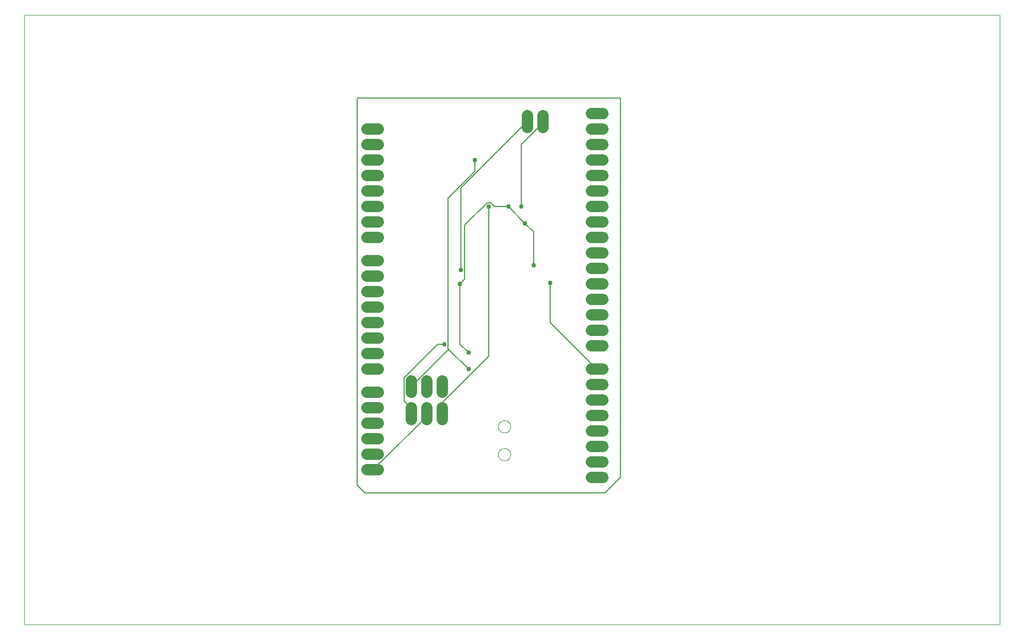
<source format=gbl>
G75*
%MOIN*%
%OFA0B0*%
%FSLAX25Y25*%
%IPPOS*%
%LPD*%
%AMOC8*
5,1,8,0,0,1.08239X$1,22.5*
%
%ADD10C,0.00000*%
%ADD11C,0.00600*%
%ADD12C,0.07400*%
%ADD13C,0.02978*%
D10*
X0001000Y0001000D02*
X0001000Y0394701D01*
X0630921Y0394701D01*
X0630921Y0001000D01*
X0001000Y0001000D01*
X0307000Y0111000D02*
X0307002Y0111126D01*
X0307008Y0111252D01*
X0307018Y0111378D01*
X0307032Y0111504D01*
X0307050Y0111629D01*
X0307072Y0111753D01*
X0307097Y0111877D01*
X0307127Y0112000D01*
X0307160Y0112121D01*
X0307198Y0112242D01*
X0307239Y0112361D01*
X0307284Y0112480D01*
X0307332Y0112596D01*
X0307384Y0112711D01*
X0307440Y0112824D01*
X0307500Y0112936D01*
X0307563Y0113045D01*
X0307629Y0113153D01*
X0307698Y0113258D01*
X0307771Y0113361D01*
X0307848Y0113462D01*
X0307927Y0113560D01*
X0308009Y0113656D01*
X0308095Y0113749D01*
X0308183Y0113840D01*
X0308274Y0113927D01*
X0308368Y0114012D01*
X0308464Y0114093D01*
X0308563Y0114172D01*
X0308664Y0114247D01*
X0308768Y0114319D01*
X0308874Y0114388D01*
X0308982Y0114454D01*
X0309092Y0114516D01*
X0309204Y0114574D01*
X0309317Y0114629D01*
X0309433Y0114680D01*
X0309550Y0114728D01*
X0309668Y0114772D01*
X0309788Y0114812D01*
X0309909Y0114848D01*
X0310031Y0114881D01*
X0310154Y0114910D01*
X0310278Y0114934D01*
X0310402Y0114955D01*
X0310527Y0114972D01*
X0310653Y0114985D01*
X0310779Y0114994D01*
X0310905Y0114999D01*
X0311032Y0115000D01*
X0311158Y0114997D01*
X0311284Y0114990D01*
X0311410Y0114979D01*
X0311535Y0114964D01*
X0311660Y0114945D01*
X0311784Y0114922D01*
X0311908Y0114896D01*
X0312030Y0114865D01*
X0312152Y0114831D01*
X0312272Y0114792D01*
X0312391Y0114750D01*
X0312509Y0114705D01*
X0312625Y0114655D01*
X0312740Y0114602D01*
X0312852Y0114545D01*
X0312963Y0114485D01*
X0313072Y0114421D01*
X0313179Y0114354D01*
X0313284Y0114284D01*
X0313387Y0114210D01*
X0313487Y0114133D01*
X0313585Y0114053D01*
X0313680Y0113970D01*
X0313772Y0113884D01*
X0313862Y0113795D01*
X0313949Y0113703D01*
X0314032Y0113609D01*
X0314113Y0113512D01*
X0314191Y0113412D01*
X0314266Y0113310D01*
X0314337Y0113206D01*
X0314405Y0113099D01*
X0314469Y0112991D01*
X0314530Y0112880D01*
X0314588Y0112768D01*
X0314642Y0112654D01*
X0314692Y0112538D01*
X0314739Y0112421D01*
X0314782Y0112302D01*
X0314821Y0112182D01*
X0314857Y0112061D01*
X0314888Y0111938D01*
X0314916Y0111815D01*
X0314940Y0111691D01*
X0314960Y0111566D01*
X0314976Y0111441D01*
X0314988Y0111315D01*
X0314996Y0111189D01*
X0315000Y0111063D01*
X0315000Y0110937D01*
X0314996Y0110811D01*
X0314988Y0110685D01*
X0314976Y0110559D01*
X0314960Y0110434D01*
X0314940Y0110309D01*
X0314916Y0110185D01*
X0314888Y0110062D01*
X0314857Y0109939D01*
X0314821Y0109818D01*
X0314782Y0109698D01*
X0314739Y0109579D01*
X0314692Y0109462D01*
X0314642Y0109346D01*
X0314588Y0109232D01*
X0314530Y0109120D01*
X0314469Y0109009D01*
X0314405Y0108901D01*
X0314337Y0108794D01*
X0314266Y0108690D01*
X0314191Y0108588D01*
X0314113Y0108488D01*
X0314032Y0108391D01*
X0313949Y0108297D01*
X0313862Y0108205D01*
X0313772Y0108116D01*
X0313680Y0108030D01*
X0313585Y0107947D01*
X0313487Y0107867D01*
X0313387Y0107790D01*
X0313284Y0107716D01*
X0313179Y0107646D01*
X0313072Y0107579D01*
X0312963Y0107515D01*
X0312852Y0107455D01*
X0312740Y0107398D01*
X0312625Y0107345D01*
X0312509Y0107295D01*
X0312391Y0107250D01*
X0312272Y0107208D01*
X0312152Y0107169D01*
X0312030Y0107135D01*
X0311908Y0107104D01*
X0311784Y0107078D01*
X0311660Y0107055D01*
X0311535Y0107036D01*
X0311410Y0107021D01*
X0311284Y0107010D01*
X0311158Y0107003D01*
X0311032Y0107000D01*
X0310905Y0107001D01*
X0310779Y0107006D01*
X0310653Y0107015D01*
X0310527Y0107028D01*
X0310402Y0107045D01*
X0310278Y0107066D01*
X0310154Y0107090D01*
X0310031Y0107119D01*
X0309909Y0107152D01*
X0309788Y0107188D01*
X0309668Y0107228D01*
X0309550Y0107272D01*
X0309433Y0107320D01*
X0309317Y0107371D01*
X0309204Y0107426D01*
X0309092Y0107484D01*
X0308982Y0107546D01*
X0308874Y0107612D01*
X0308768Y0107681D01*
X0308664Y0107753D01*
X0308563Y0107828D01*
X0308464Y0107907D01*
X0308368Y0107988D01*
X0308274Y0108073D01*
X0308183Y0108160D01*
X0308095Y0108251D01*
X0308009Y0108344D01*
X0307927Y0108440D01*
X0307848Y0108538D01*
X0307771Y0108639D01*
X0307698Y0108742D01*
X0307629Y0108847D01*
X0307563Y0108955D01*
X0307500Y0109064D01*
X0307440Y0109176D01*
X0307384Y0109289D01*
X0307332Y0109404D01*
X0307284Y0109520D01*
X0307239Y0109639D01*
X0307198Y0109758D01*
X0307160Y0109879D01*
X0307127Y0110000D01*
X0307097Y0110123D01*
X0307072Y0110247D01*
X0307050Y0110371D01*
X0307032Y0110496D01*
X0307018Y0110622D01*
X0307008Y0110748D01*
X0307002Y0110874D01*
X0307000Y0111000D01*
X0307000Y0129000D02*
X0307002Y0129126D01*
X0307008Y0129252D01*
X0307018Y0129378D01*
X0307032Y0129504D01*
X0307050Y0129629D01*
X0307072Y0129753D01*
X0307097Y0129877D01*
X0307127Y0130000D01*
X0307160Y0130121D01*
X0307198Y0130242D01*
X0307239Y0130361D01*
X0307284Y0130480D01*
X0307332Y0130596D01*
X0307384Y0130711D01*
X0307440Y0130824D01*
X0307500Y0130936D01*
X0307563Y0131045D01*
X0307629Y0131153D01*
X0307698Y0131258D01*
X0307771Y0131361D01*
X0307848Y0131462D01*
X0307927Y0131560D01*
X0308009Y0131656D01*
X0308095Y0131749D01*
X0308183Y0131840D01*
X0308274Y0131927D01*
X0308368Y0132012D01*
X0308464Y0132093D01*
X0308563Y0132172D01*
X0308664Y0132247D01*
X0308768Y0132319D01*
X0308874Y0132388D01*
X0308982Y0132454D01*
X0309092Y0132516D01*
X0309204Y0132574D01*
X0309317Y0132629D01*
X0309433Y0132680D01*
X0309550Y0132728D01*
X0309668Y0132772D01*
X0309788Y0132812D01*
X0309909Y0132848D01*
X0310031Y0132881D01*
X0310154Y0132910D01*
X0310278Y0132934D01*
X0310402Y0132955D01*
X0310527Y0132972D01*
X0310653Y0132985D01*
X0310779Y0132994D01*
X0310905Y0132999D01*
X0311032Y0133000D01*
X0311158Y0132997D01*
X0311284Y0132990D01*
X0311410Y0132979D01*
X0311535Y0132964D01*
X0311660Y0132945D01*
X0311784Y0132922D01*
X0311908Y0132896D01*
X0312030Y0132865D01*
X0312152Y0132831D01*
X0312272Y0132792D01*
X0312391Y0132750D01*
X0312509Y0132705D01*
X0312625Y0132655D01*
X0312740Y0132602D01*
X0312852Y0132545D01*
X0312963Y0132485D01*
X0313072Y0132421D01*
X0313179Y0132354D01*
X0313284Y0132284D01*
X0313387Y0132210D01*
X0313487Y0132133D01*
X0313585Y0132053D01*
X0313680Y0131970D01*
X0313772Y0131884D01*
X0313862Y0131795D01*
X0313949Y0131703D01*
X0314032Y0131609D01*
X0314113Y0131512D01*
X0314191Y0131412D01*
X0314266Y0131310D01*
X0314337Y0131206D01*
X0314405Y0131099D01*
X0314469Y0130991D01*
X0314530Y0130880D01*
X0314588Y0130768D01*
X0314642Y0130654D01*
X0314692Y0130538D01*
X0314739Y0130421D01*
X0314782Y0130302D01*
X0314821Y0130182D01*
X0314857Y0130061D01*
X0314888Y0129938D01*
X0314916Y0129815D01*
X0314940Y0129691D01*
X0314960Y0129566D01*
X0314976Y0129441D01*
X0314988Y0129315D01*
X0314996Y0129189D01*
X0315000Y0129063D01*
X0315000Y0128937D01*
X0314996Y0128811D01*
X0314988Y0128685D01*
X0314976Y0128559D01*
X0314960Y0128434D01*
X0314940Y0128309D01*
X0314916Y0128185D01*
X0314888Y0128062D01*
X0314857Y0127939D01*
X0314821Y0127818D01*
X0314782Y0127698D01*
X0314739Y0127579D01*
X0314692Y0127462D01*
X0314642Y0127346D01*
X0314588Y0127232D01*
X0314530Y0127120D01*
X0314469Y0127009D01*
X0314405Y0126901D01*
X0314337Y0126794D01*
X0314266Y0126690D01*
X0314191Y0126588D01*
X0314113Y0126488D01*
X0314032Y0126391D01*
X0313949Y0126297D01*
X0313862Y0126205D01*
X0313772Y0126116D01*
X0313680Y0126030D01*
X0313585Y0125947D01*
X0313487Y0125867D01*
X0313387Y0125790D01*
X0313284Y0125716D01*
X0313179Y0125646D01*
X0313072Y0125579D01*
X0312963Y0125515D01*
X0312852Y0125455D01*
X0312740Y0125398D01*
X0312625Y0125345D01*
X0312509Y0125295D01*
X0312391Y0125250D01*
X0312272Y0125208D01*
X0312152Y0125169D01*
X0312030Y0125135D01*
X0311908Y0125104D01*
X0311784Y0125078D01*
X0311660Y0125055D01*
X0311535Y0125036D01*
X0311410Y0125021D01*
X0311284Y0125010D01*
X0311158Y0125003D01*
X0311032Y0125000D01*
X0310905Y0125001D01*
X0310779Y0125006D01*
X0310653Y0125015D01*
X0310527Y0125028D01*
X0310402Y0125045D01*
X0310278Y0125066D01*
X0310154Y0125090D01*
X0310031Y0125119D01*
X0309909Y0125152D01*
X0309788Y0125188D01*
X0309668Y0125228D01*
X0309550Y0125272D01*
X0309433Y0125320D01*
X0309317Y0125371D01*
X0309204Y0125426D01*
X0309092Y0125484D01*
X0308982Y0125546D01*
X0308874Y0125612D01*
X0308768Y0125681D01*
X0308664Y0125753D01*
X0308563Y0125828D01*
X0308464Y0125907D01*
X0308368Y0125988D01*
X0308274Y0126073D01*
X0308183Y0126160D01*
X0308095Y0126251D01*
X0308009Y0126344D01*
X0307927Y0126440D01*
X0307848Y0126538D01*
X0307771Y0126639D01*
X0307698Y0126742D01*
X0307629Y0126847D01*
X0307563Y0126955D01*
X0307500Y0127064D01*
X0307440Y0127176D01*
X0307384Y0127289D01*
X0307332Y0127404D01*
X0307284Y0127520D01*
X0307239Y0127639D01*
X0307198Y0127758D01*
X0307160Y0127879D01*
X0307127Y0128000D01*
X0307097Y0128123D01*
X0307072Y0128247D01*
X0307050Y0128371D01*
X0307032Y0128496D01*
X0307018Y0128622D01*
X0307008Y0128748D01*
X0307002Y0128874D01*
X0307000Y0129000D01*
D11*
X0271000Y0141000D02*
X0271000Y0144400D01*
X0301000Y0174400D01*
X0301000Y0271000D01*
X0299800Y0273400D02*
X0285400Y0259000D01*
X0285400Y0224200D01*
X0282400Y0221200D01*
X0282400Y0182200D01*
X0287800Y0176800D01*
X0287800Y0166000D02*
X0274600Y0179200D01*
X0274600Y0276400D01*
X0292000Y0293800D01*
X0292000Y0301000D01*
X0322000Y0311200D02*
X0336400Y0325600D01*
X0336000Y0326000D01*
X0326000Y0326000D02*
X0283000Y0283000D01*
X0283000Y0230200D01*
X0313600Y0271000D02*
X0324400Y0260200D01*
X0329800Y0254800D01*
X0329800Y0233200D01*
X0340600Y0221800D02*
X0340600Y0196000D01*
X0370600Y0166000D01*
X0371000Y0166000D01*
X0274600Y0178600D02*
X0251200Y0155200D01*
X0251200Y0151000D01*
X0251000Y0151000D01*
X0246400Y0145600D02*
X0251000Y0141000D01*
X0246400Y0145600D02*
X0246400Y0160600D01*
X0268000Y0182200D01*
X0272200Y0182200D01*
X0274600Y0179200D02*
X0274600Y0178600D01*
X0261000Y0141000D02*
X0260800Y0140800D01*
X0260800Y0135400D01*
X0231400Y0106000D01*
X0230800Y0106000D01*
X0226000Y0101200D01*
X0226000Y0101000D01*
X0216000Y0091000D02*
X0221000Y0086000D01*
X0376000Y0086000D01*
X0386000Y0096000D01*
X0386000Y0341000D01*
X0216000Y0341000D01*
X0216000Y0091000D01*
X0304600Y0271000D02*
X0302200Y0273400D01*
X0299800Y0273400D01*
X0304600Y0271000D02*
X0313600Y0271000D01*
X0322000Y0271000D02*
X0322000Y0311200D01*
D12*
X0326000Y0322300D02*
X0326000Y0329700D01*
X0336000Y0329700D02*
X0336000Y0322300D01*
X0367300Y0321000D02*
X0374700Y0321000D01*
X0374700Y0331000D02*
X0367300Y0331000D01*
X0367300Y0311000D02*
X0374700Y0311000D01*
X0374700Y0301000D02*
X0367300Y0301000D01*
X0367300Y0291000D02*
X0374700Y0291000D01*
X0374700Y0281000D02*
X0367300Y0281000D01*
X0367300Y0271000D02*
X0374700Y0271000D01*
X0374700Y0261000D02*
X0367300Y0261000D01*
X0367300Y0251000D02*
X0374700Y0251000D01*
X0374700Y0241000D02*
X0367300Y0241000D01*
X0367300Y0231000D02*
X0374700Y0231000D01*
X0374700Y0221000D02*
X0367300Y0221000D01*
X0367300Y0211000D02*
X0374700Y0211000D01*
X0374700Y0201000D02*
X0367300Y0201000D01*
X0367300Y0191000D02*
X0374700Y0191000D01*
X0374700Y0181000D02*
X0367300Y0181000D01*
X0367300Y0166000D02*
X0374700Y0166000D01*
X0374700Y0156000D02*
X0367300Y0156000D01*
X0367300Y0146000D02*
X0374700Y0146000D01*
X0374700Y0136000D02*
X0367300Y0136000D01*
X0367300Y0126000D02*
X0374700Y0126000D01*
X0374700Y0116000D02*
X0367300Y0116000D01*
X0367300Y0106000D02*
X0374700Y0106000D01*
X0374700Y0096000D02*
X0367300Y0096000D01*
X0271000Y0133600D02*
X0271000Y0141000D01*
X0261000Y0141000D02*
X0261000Y0133600D01*
X0251000Y0133600D02*
X0251000Y0141000D01*
X0251000Y0151000D02*
X0251000Y0158400D01*
X0261000Y0158400D02*
X0261000Y0151000D01*
X0271000Y0151000D02*
X0271000Y0158400D01*
X0229700Y0151000D02*
X0222300Y0151000D01*
X0222300Y0141000D02*
X0229700Y0141000D01*
X0229700Y0131000D02*
X0222300Y0131000D01*
X0222300Y0121000D02*
X0229700Y0121000D01*
X0229700Y0111000D02*
X0222300Y0111000D01*
X0222300Y0101000D02*
X0229700Y0101000D01*
X0229700Y0166000D02*
X0222300Y0166000D01*
X0222300Y0176000D02*
X0229700Y0176000D01*
X0229700Y0186000D02*
X0222300Y0186000D01*
X0222300Y0196000D02*
X0229700Y0196000D01*
X0229700Y0206000D02*
X0222300Y0206000D01*
X0222300Y0216000D02*
X0229700Y0216000D01*
X0229700Y0226000D02*
X0222300Y0226000D01*
X0222300Y0236000D02*
X0229700Y0236000D01*
X0229700Y0251000D02*
X0222300Y0251000D01*
X0222300Y0261000D02*
X0229700Y0261000D01*
X0229700Y0271000D02*
X0222300Y0271000D01*
X0222300Y0281000D02*
X0229700Y0281000D01*
X0229700Y0291000D02*
X0222300Y0291000D01*
X0222300Y0301000D02*
X0229700Y0301000D01*
X0229700Y0311000D02*
X0222300Y0311000D01*
X0222300Y0321000D02*
X0229700Y0321000D01*
D13*
X0292000Y0301000D03*
X0301000Y0271000D03*
X0313600Y0271000D03*
X0322000Y0271000D03*
X0324400Y0260200D03*
X0329800Y0233200D03*
X0340600Y0221800D03*
X0282400Y0221200D03*
X0283000Y0230200D03*
X0272200Y0182200D03*
X0287800Y0176800D03*
X0287800Y0166000D03*
M02*

</source>
